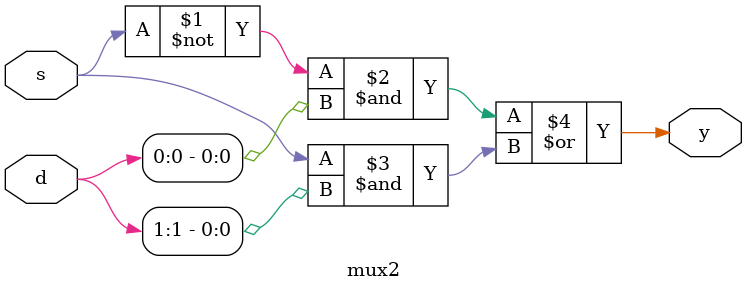
<source format=sv>
module mux8 (
    input logic [2:0] s,
    input logic [7:0] d,
    output logic y
);


  logic t0, t1;
  mux4 lower_mux (
      .s(s[1:0]),
      .d(d[3:0]),
      .y(t0)
  );
  mux4 upper_mux (
      .s(s[1:0]),
      .d(d[7:4]),
      .y(t1)
  );

  assign y = ~s[2] & t0 | s[2] & t1;

endmodule

module mux4 (
    input logic [1:0] s,
    input logic [3:0] d,
    output logic y
);

  assign y = s[1] ? (s[0] ? d[3] : d[2]) : (s[0] ? d[1] : d[0]);

endmodule

module mux2 (
    input logic s,
    input logic [1:0] d,
    output logic y
);

  assign y = ~s & d[0] | s & d[1];

endmodule

// module mux8_tb ();
//   logic [2:0] s;
//   logic [7:0] d;
//   logic y;
//   mux8 duv (
//       .s(s),
//       .d(d),
//       .y(y)
//   );
//
//   initial begin
//     d = 8'b01010101;
//     $monitor("%h %h %h", s, d, y);
//     for (int i = 0; i < 8; i++) begin
//       s = i;
//       #1;
//     end
//
//   end
//
// endmodule




</source>
